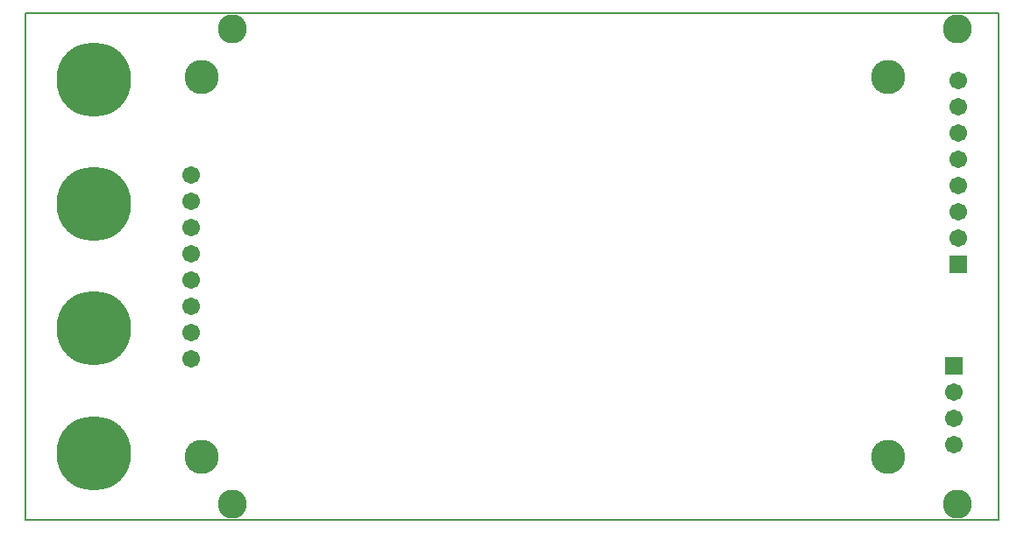
<source format=gts>
%FSLAX25Y25*%
%MOIN*%
G70*
G01*
G75*
G04 Layer_Color=8388736*
%ADD10C,0.27559*%
%ADD11C,0.00800*%
%ADD12C,0.01000*%
%ADD13C,0.03000*%
%ADD14C,0.01500*%
%ADD15C,0.00500*%
%ADD16C,0.10236*%
%ADD17C,0.05906*%
%ADD18C,0.12205*%
%ADD19R,0.05906X0.05906*%
%ADD20C,0.02000*%
%ADD21C,0.03000*%
%ADD22C,0.07874*%
%ADD23O,0.08661X0.02362*%
%ADD24R,0.02756X0.03347*%
%ADD25R,0.03347X0.02756*%
%ADD26C,0.00787*%
%ADD27C,0.28359*%
%ADD28C,0.11036*%
%ADD29C,0.06706*%
%ADD30C,0.13005*%
%ADD31R,0.06706X0.06706*%
D15*
X0Y-192913D02*
X370200D01*
X0Y0D02*
X370200D01*
X0Y-192913D02*
Y0D01*
X370079Y-192913D02*
Y0D01*
D27*
X26100Y-25200D02*
D03*
Y-72667D02*
D03*
Y-120133D02*
D03*
Y-167600D02*
D03*
D28*
X354331Y-5906D02*
D03*
Y-187008D02*
D03*
X78740D02*
D03*
Y-5906D02*
D03*
D29*
X63260Y-61600D02*
D03*
Y-71600D02*
D03*
Y-81600D02*
D03*
Y-91600D02*
D03*
Y-101600D02*
D03*
Y-111600D02*
D03*
Y-121600D02*
D03*
Y-131600D02*
D03*
X353000Y-164400D02*
D03*
Y-154400D02*
D03*
Y-144400D02*
D03*
X354800Y-85600D02*
D03*
Y-75600D02*
D03*
Y-65600D02*
D03*
Y-55600D02*
D03*
Y-45600D02*
D03*
Y-35600D02*
D03*
Y-25600D02*
D03*
D30*
X67197Y-24317D02*
D03*
X328063D02*
D03*
Y-168884D02*
D03*
X67197D02*
D03*
D31*
X353000Y-134400D02*
D03*
X354800Y-95600D02*
D03*
M02*

</source>
